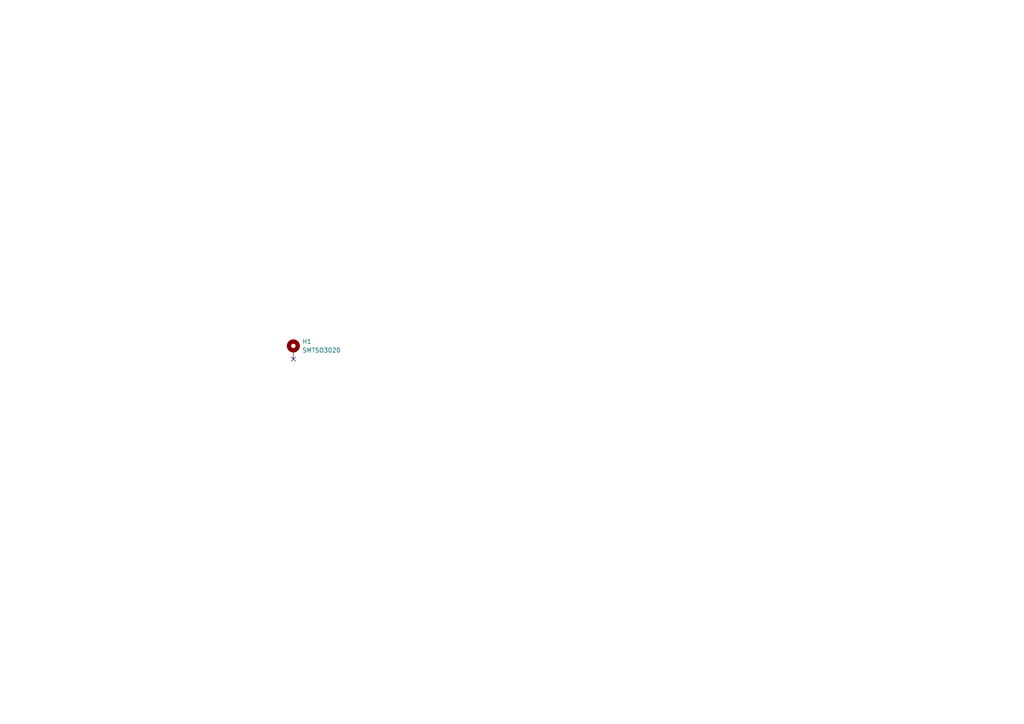
<source format=kicad_sch>
(kicad_sch (version 20250114) (generator "eeschema") (generator_version "9.0")
  (paper "A4")
  (lib_symbols
    (symbol "Mechanical:MountingHole_Pad_MP" (pin_numbers (hide yes)) (pin_names (offset 1.016) (hide yes)) (in_bom no)
      (property "Reference" "H" (at 0 6.35 0))
      (property "Value" "MountingHole_Pad_MP" (at 0 4.445 0))
      (symbol "MountingHole_Pad_MP_0_1"
        (circle (center 0 1.27) (radius 1.27) (stroke (width 1.27)))
      )
      (symbol "MountingHole_Pad_MP_1_1"
        (pin input line (at 0 -2.54 90) (length 2.54) (name "MP") (number "MP"))
      )
    )
  )
  (no_connect (at 85.09 104.14))
  (symbol (lib_id "Mechanical:MountingHole_Pad_MP") (at 85.09 101.6 0) (unit 1) (in_bom no)
    (property "Reference" "H1" (at 87.63 99.0599 0) (effects (justify left)))
    (property "Value" "SMTSO3020" (at 87.63 101.5999 0) (effects (justify left)))
    (property "Footprint" "footprints:MountingHole_SMTSO3060_3.2mm_M3" (effects (hide yes)))
    (property "Description" "Mounting Hole with connection as pad named MP" (effects (hide yes)))
    (property "LCSC Part #" "C2916381" (effects (hide yes)))
  )
)
</source>
